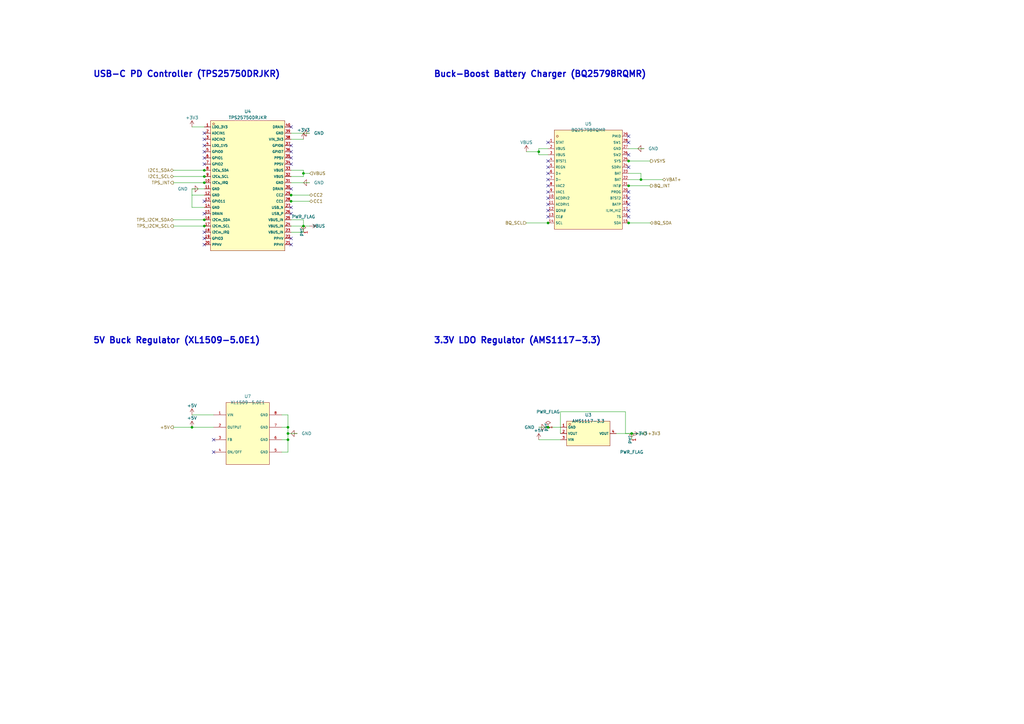
<source format=kicad_sch>
(kicad_sch (version 20231120) (generator "eeschema") (generator_version "8.0")
  (paper "A3")
  (title_block (title "Power Management") (date "2024-12-27") (rev "3.0") (comment 1 "TPS25750D USB-PD + BQ25798 Charger + Voltage Regulators") (comment 2 "Fixed wiring connections"))
  (lib_symbols
    (symbol "TPS25750DRJKR:TPS25750DRJKR"
      (property "Reference" "U" (at 0 1.27 0))
      (property "Value" "TPS25750DRJKR" (at 0 -2.54 0))
      (symbol "TPS25750DRJKR_0_1"
        (rectangle (start -15.24 26.67) (end 15.24 -26.67) (fill (type background)))
        (circle (center -13.97 25.4) (radius 0.381) (fill (type background)))
        (pin power_out line (at -17.78 24.13 0) (length 2.54) (name "LDO_3V3") (number "1"))
        (pin input line (at -17.78 21.59 0) (length 2.54) (name "ADCIN1") (number "2"))
        (pin input line (at -17.78 19.05 0) (length 2.54) (name "ADCIN2") (number "3"))
        (pin power_out line (at -17.78 16.51 0) (length 2.54) (name "LDO_1V5") (number "4"))
        (pin bidirectional line (at -17.78 13.97 0) (length 2.54) (name "GPIO0") (number "5"))
        (pin bidirectional line (at -17.78 11.43 0) (length 2.54) (name "GPIO1") (number "6"))
        (pin bidirectional line (at -17.78 8.89 0) (length 2.54) (name "GPIO2") (number "7"))
        (pin bidirectional line (at -17.78 6.35 0) (length 2.54) (name "I2Cs_SDA") (number "8"))
        (pin input line (at -17.78 3.81 0) (length 2.54) (name "I2Cs_SCL") (number "9"))
        (pin output line (at -17.78 1.27 0) (length 2.54) (name "I2Cs_IRQ") (number "10"))
        (pin power_in line (at -17.78 -1.27 0) (length 2.54) (name "GND") (number "11"))
        (pin power_in line (at -17.78 -3.81 0) (length 2.54) (name "GND") (number "12"))
        (pin bidirectional line (at -17.78 -6.35 0) (length 2.54) (name "GPIO11") (number "13"))
        (pin power_in line (at -17.78 -8.89 0) (length 2.54) (name "GND") (number "14"))
        (pin passive line (at -17.78 -11.43 0) (length 2.54) (name "DRAIN") (number "15"))
        (pin bidirectional line (at -17.78 -13.97 0) (length 2.54) (name "I2Cm_SDA") (number "16"))
        (pin output line (at -17.78 -16.51 0) (length 2.54) (name "I2Cm_SCL") (number "17"))
        (pin output line (at -17.78 -19.05 0) (length 2.54) (name "I2Cm_IRQ") (number "18"))
        (pin bidirectional line (at -17.78 -21.59 0) (length 2.54) (name "GPIO3") (number "19"))
        (pin passive line (at -17.78 -24.13 0) (length 2.54) (name "PPHV") (number "20"))
        (pin passive line (at 17.78 -24.13 180) (length 2.54) (name "PPHV") (number "21"))
        (pin passive line (at 17.78 -21.59 180) (length 2.54) (name "PPHV") (number "22"))
        (pin power_in line (at 17.78 -19.05 180) (length 2.54) (name "VBUS_IN") (number "23"))
        (pin power_in line (at 17.78 -16.51 180) (length 2.54) (name "VBUS_IN") (number "24"))
        (pin power_in line (at 17.78 -13.97 180) (length 2.54) (name "VBUS_IN") (number "25"))
        (pin bidirectional line (at 17.78 -11.43 180) (length 2.54) (name "USB_P") (number "26"))
        (pin bidirectional line (at 17.78 -8.89 180) (length 2.54) (name "USB_N") (number "27"))
        (pin bidirectional line (at 17.78 -6.35 180) (length 2.54) (name "CC1") (number "28"))
        (pin bidirectional line (at 17.78 -3.81 180) (length 2.54) (name "CC2") (number "29"))
        (pin passive line (at 17.78 -1.27 180) (length 2.54) (name "DRAIN") (number "30"))
        (pin power_in line (at 17.78 1.27 180) (length 2.54) (name "GND") (number "31"))
        (pin power_out line (at 17.78 3.81 180) (length 2.54) (name "VBUS") (number "32"))
        (pin power_out line (at 17.78 6.35 180) (length 2.54) (name "VBUS") (number "33"))
        (pin power_out line (at 17.78 8.89 180) (length 2.54) (name "PP5V") (number "34"))
        (pin power_out line (at 17.78 11.43 180) (length 2.54) (name "PP5V") (number "35"))
        (pin bidirectional line (at 17.78 13.97 180) (length 2.54) (name "GPIO7") (number "36"))
        (pin bidirectional line (at 17.78 16.51 180) (length 2.54) (name "GPIO6") (number "37"))
        (pin power_in line (at 17.78 19.05 180) (length 2.54) (name "VIN_3V3") (number "38"))
        (pin power_in line (at 17.78 21.59 180) (length 2.54) (name "GND") (number "39"))
        (pin passive line (at 17.78 24.13 180) (length 2.54) (name "DRAIN") (number "40"))
      )
    )
    (symbol "BQ25798RQMR:BQ25798RQMR"
      (property "Reference" "U" (at 0 1.27 0))
      (property "Value" "BQ25798RQMR" (at 0 -2.54 0))
      (symbol "BQ25798RQMR_0_1"
        (rectangle (start -13.97 22.86) (end 13.97 -17.78) (fill (type background)))
        (circle (center -12.7 20.32) (radius 0.381) (fill (type background)))
        (pin output line (at -16.51 17.78 0) (length 2.54) (name "STAT") (number "1"))
        (pin power_in line (at -16.51 15.24 0) (length 2.54) (name "VBUS") (number "2"))
        (pin power_in line (at -16.51 12.7 0) (length 2.54) (name "VBUS") (number "3"))
        (pin passive line (at -16.51 10.16 0) (length 2.54) (name "BTST1") (number "4"))
        (pin power_out line (at -16.51 7.62 0) (length 2.54) (name "REGN") (number "5"))
        (pin bidirectional line (at -16.51 5.08 0) (length 2.54) (name "D+") (number "6"))
        (pin bidirectional line (at -16.51 2.54 0) (length 2.54) (name "D-") (number "7"))
        (pin power_in line (at -16.51 0 0) (length 2.54) (name "VAC2") (number "8"))
        (pin power_in line (at -16.51 -2.54 0) (length 2.54) (name "VAC1") (number "9"))
        (pin output line (at -16.51 -5.08 0) (length 2.54) (name "ACDRV2") (number "10"))
        (pin output line (at -16.51 -7.62 0) (length 2.54) (name "ACDRV1") (number "11"))
        (pin input line (at -16.51 -10.16 0) (length 2.54) (name "QON#") (number "12"))
        (pin input line (at -16.51 -12.7 0) (length 2.54) (name "CE#") (number "13"))
        (pin input line (at -16.51 -15.24 0) (length 2.54) (name "SCL") (number "14"))
        (pin bidirectional line (at 16.51 -15.24 180) (length 2.54) (name "SDA") (number "15"))
        (pin input line (at 16.51 -12.7 180) (length 2.54) (name "TS") (number "16"))
        (pin input line (at 16.51 -10.16 180) (length 2.54) (name "ILIM_HIZ") (number "17"))
        (pin power_out line (at 16.51 -7.62 180) (length 2.54) (name "BATP") (number "18"))
        (pin passive line (at 16.51 -5.08 180) (length 2.54) (name "BTST2") (number "19"))
        (pin input line (at 16.51 -2.54 180) (length 2.54) (name "PROG") (number "20"))
        (pin output line (at 16.51 0 180) (length 2.54) (name "INT#") (number "21"))
        (pin power_out line (at 16.51 2.54 180) (length 2.54) (name "BAT") (number "22"))
        (pin power_out line (at 16.51 5.08 180) (length 2.54) (name "BAT") (number "23"))
        (pin output line (at 16.51 7.62 180) (length 2.54) (name "SDRV") (number "24"))
        (pin power_out line (at 16.51 10.16 180) (length 2.54) (name "SYS") (number "25"))
        (pin passive line (at 16.51 12.7 180) (length 2.54) (name "SW2") (number "26"))
        (pin power_in line (at 16.51 15.24 180) (length 2.54) (name "GND") (number "27"))
        (pin passive line (at 16.51 17.78 180) (length 2.54) (name "SW1") (number "28"))
        (pin power_out line (at 16.51 20.32 180) (length 2.54) (name "PMID") (number "29"))
      )
    )
    (symbol "XL1509:XL1509-5_0E1"
      (property "Reference" "U" (at 0 1.27 0))
      (property "Value" "XL1509-5_0E1" (at 0 -2.54 0))
      (symbol "XL1509-5_0E1_0_1"
        (rectangle (start -8.89 12.7) (end 8.89 -12.7) (fill (type background)))
        (pin power_in line (at -13.97 7.62 0) (length 5.08) (name "VIN") (number "1"))
        (pin power_out line (at -13.97 2.54 0) (length 5.08) (name "OUTPUT") (number "2"))
        (pin input line (at -13.97 -2.54 0) (length 5.08) (name "FB") (number "3"))
        (pin input line (at -13.97 -7.62 0) (length 5.08) (name "ON/OFF") (number "4"))
        (pin power_in line (at 13.97 -7.62 180) (length 5.08) (name "GND") (number "5"))
        (pin power_in line (at 13.97 -2.54 180) (length 5.08) (name "GND") (number "6"))
        (pin power_in line (at 13.97 2.54 180) (length 5.08) (name "GND") (number "7"))
        (pin power_in line (at 13.97 7.62 180) (length 5.08) (name "GND") (number "8"))
      )
    )
    (symbol "AMS1117:AMS1117-3_3"
      (property "Reference" "U" (at 0 1.27 0))
      (property "Value" "AMS1117-3_3" (at 0 -2.54 0))
      (symbol "AMS1117-3_3_0_1"
        (rectangle (start -8.89 5.08) (end 8.89 -5.08) (fill (type background)))
        (circle (center -7.62 3.81) (radius 0.381) (fill (type background)))
        (pin power_in line (at -11.43 2.54 0) (length 2.54) (name "GND") (number "1"))
        (pin power_out line (at -11.43 0 0) (length 2.54) (name "VOUT") (number "2"))
        (pin power_in line (at -11.43 -2.54 0) (length 2.54) (name "VIN") (number "3"))
        (pin power_out line (at 11.43 0 180) (length 2.54) (name "VOUT") (number "4"))
      )
    )
    (symbol "power:GND" (power) (pin_names (offset 0))
      (property "Value" "GND" (at 0 -3.81 0))
      (symbol "GND_0_1"
        (polyline (pts (xy 0 0) (xy 0 -1.27) (xy 1.27 -1.27) (xy 0 -2.54) (xy -1.27 -1.27) (xy 0 -1.27)))
      )
      (symbol "GND_1_1"
        (pin power_in line (at 0 0 270) (length 0) hide (name "GND") (number "1"))
      )
    )
    (symbol "power:PWR_FLAG" (power) (pin_names (offset 0))
      (property "Value" "PWR_FLAG" (at 0 3.81 0))
      (symbol "PWR_FLAG_0_0"
        (pin power_out line (at 0 0 90) (length 0) (name "pwr") (number "1"))
      )
      (symbol "PWR_FLAG_0_1"
        (polyline (pts (xy 0 0) (xy 0 1.27) (xy -1.016 1.905) (xy 0 2.54) (xy 1.016 1.905) (xy 0 1.27)))
      )
    )
    (symbol "power:+3V3" (power) (pin_names (offset 0))
      (property "Value" "+3V3" (at 0 3.556 0))
      (symbol "+3V3_0_1"
        (polyline (pts (xy -0.762 1.27) (xy 0 2.54)))
        (polyline (pts (xy 0 0) (xy 0 2.54)))
        (polyline (pts (xy 0 2.54) (xy 0.762 1.27)))
      )
      (symbol "+3V3_1_1"
        (pin power_in line (at 0 0 90) (length 0) hide (name "+3V3") (number "1"))
      )
    )
    (symbol "power:+5V" (power) (pin_names (offset 0))
      (property "Value" "+5V" (at 0 3.556 0))
      (symbol "+5V_0_1"
        (polyline (pts (xy -0.762 1.27) (xy 0 2.54)))
        (polyline (pts (xy 0 0) (xy 0 2.54)))
        (polyline (pts (xy 0 2.54) (xy 0.762 1.27)))
      )
      (symbol "+5V_1_1"
        (pin power_in line (at 0 0 90) (length 0) hide (name "+5V") (number "1"))
      )
    )
    (symbol "power:VBUS" (power) (pin_names (offset 0))
      (property "Value" "VBUS" (at 0 3.556 0))
      (symbol "VBUS_0_1"
        (polyline (pts (xy -0.762 1.27) (xy 0 2.54)))
        (polyline (pts (xy 0 0) (xy 0 2.54)))
        (polyline (pts (xy 0 2.54) (xy 0.762 1.27)))
      )
      (symbol "VBUS_1_1"
        (pin power_in line (at 0 0 90) (length 0) hide (name "VBUS") (number "1"))
      )
    )
  )
  (text "USB-C PD Controller (TPS25750DRJKR)" (at 38.1 30.48 0) (effects (font (size 2.5 2.5) bold) (justify left)))
  (text "Buck-Boost Battery Charger (BQ25798RQMR)" (at 177.8 30.48 0) (effects (font (size 2.5 2.5) bold) (justify left)))
  (text "5V Buck Regulator (XL1509-5.0E1)" (at 38.1 139.7 0) (effects (font (size 2.5 2.5) bold) (justify left)))
  (text "3.3V LDO Regulator (AMS1117-3.3)" (at 177.8 139.7 0) (effects (font (size 2.5 2.5) bold) (justify left)))
  (symbol (lib_id "TPS25750DRJKR:TPS25750DRJKR") (at 101.6 76.2 0) (unit 1)
    (property "Reference" "U4" (at 101.6 45.72 0))
    (property "Value" "TPS25750DRJKR" (at 101.6 48.26 0))
    (property "Footprint" "footprint:QFN-38_L6.0-W4.0-P0.40-TL-EP_RJK" (effects hide))
    (property "LCSC" "C2868209" (effects hide))
  )
  (symbol (lib_id "BQ25798RQMR:BQ25798RQMR") (at 241.3 76.2 0) (unit 1)
    (property "Reference" "U5" (at 241.3 50.8 0))
    (property "Value" "BQ25798RQMR" (at 241.3 53.34 0))
    (property "Footprint" "footprint:QFN-29_L4.0-W4.0-P0.40-TL-BQ25792RQMR" (effects hide))
    (property "LCSC" "C2876593" (effects hide))
  )
  (symbol (lib_id "XL1509:XL1509-5_0E1") (at 101.6 177.8 0) (unit 1)
    (property "Reference" "U7" (at 101.6 162.56 0))
    (property "Value" "XL1509-5.0E1" (at 101.6 165.1 0))
    (property "Footprint" "footprint:SOIC-8_L5.0-W4.0-P1.27-LS6.0-BL" (effects hide))
    (property "LCSC" "C61063" (effects hide))
  )
  (symbol (lib_id "AMS1117:AMS1117-3_3") (at 241.3 177.8 0) (unit 1)
    (property "Reference" "U3" (at 241.3 170.18 0))
    (property "Value" "AMS1117-3.3" (at 241.3 172.72 0))
    (property "Footprint" "Package_TO_SOT_SMD:SOT-223-3_TabPin2" (effects hide))
    (property "LCSC" "C6186" (effects hide))
  )
  (symbol (lib_id "power:+3V3") (at 78.74 52.07 0) (unit 1) (in_bom no)
    (property "Reference" "#PWR011" (effects hide))
    (property "Value" "+3V3" (at 78.74 48.26 0))
  )
  (symbol (lib_id "power:+3V3") (at 124.46 57.15 0) (unit 1) (in_bom no)
    (property "Reference" "#PWR005" (effects hide))
    (property "Value" "+3V3" (at 124.46 53.34 0))
  )
  (symbol (lib_id "power:GND") (at 127 54.61 270) (unit 1) (in_bom no)
    (property "Reference" "#PWR021" (effects hide))
    (property "Value" "GND" (at 130.81 54.61 90))
  )
  (symbol (lib_id "power:GND") (at 78.74 77.47 90) (unit 1) (in_bom no)
    (property "Reference" "#PWR003" (effects hide))
    (property "Value" "GND" (at 74.93 77.47 90))
  )
  (symbol (lib_id "power:GND") (at 127 74.93 270) (unit 1) (in_bom no)
    (property "Reference" "#PWR004" (effects hide))
    (property "Value" "GND" (at 130.81 74.93 90))
  )
  (symbol (lib_id "power:VBUS") (at 127 92.71 270) (unit 1) (in_bom no)
    (property "Reference" "#PWR006" (effects hide))
    (property "Value" "VBUS" (at 130.81 92.71 90))
  )
  (symbol (lib_id "power:PWR_FLAG") (at 124.46 95.25 0) (unit 1) (in_bom no)
    (property "Reference" "#FLG01" (effects hide))
    (property "Value" "PWR_FLAG" (at 124.46 88.9 0))
  )
  (symbol (lib_id "power:VBUS") (at 215.9 62.23 0) (unit 1) (in_bom no)
    (property "Reference" "#PWR008" (effects hide))
    (property "Value" "VBUS" (at 215.9 58.42 0))
  )
  (symbol (lib_id "power:GND") (at 264.16 60.96 270) (unit 1) (in_bom no)
    (property "Reference" "#PWR007" (effects hide))
    (property "Value" "GND" (at 267.97 60.96 90))
  )
  (symbol (lib_id "power:+5V") (at 78.74 170.18 0) (unit 1) (in_bom no)
    (property "Reference" "#PWR012" (effects hide))
    (property "Value" "+5V" (at 78.74 166.37 0))
  )
  (symbol (lib_id "power:+5V") (at 78.74 175.26 0) (unit 1) (in_bom no)
    (property "Reference" "#PWR009" (effects hide))
    (property "Value" "+5V" (at 78.74 171.45 0))
  )
  (symbol (lib_id "power:GND") (at 121.92 177.8 270) (unit 1) (in_bom no)
    (property "Reference" "#PWR002" (effects hide))
    (property "Value" "GND" (at 125.73 177.8 90))
  )
  (symbol (lib_id "power:+5V") (at 220.98 180.34 0) (unit 1) (in_bom no)
    (property "Reference" "#PWR013" (effects hide))
    (property "Value" "+5V" (at 220.98 176.53 0))
  )
  (symbol (lib_id "power:GND") (at 220.98 175.26 90) (unit 1) (in_bom no)
    (property "Reference" "#PWR001" (effects hide))
    (property "Value" "GND" (at 217.17 175.26 90))
  )
  (symbol (lib_id "power:+3V3") (at 259.08 177.8 270) (unit 1) (in_bom no)
    (property "Reference" "#PWR010" (effects hide))
    (property "Value" "+3V3" (at 262.89 177.8 90))
  )
  (symbol (lib_id "power:PWR_FLAG") (at 259.08 180.34 0) (unit 1) (in_bom no)
    (property "Reference" "#FLG02" (effects hide))
    (property "Value" "PWR_FLAG" (at 259.08 185.42 0))
  )
  (symbol (lib_id "power:PWR_FLAG") (at 224.79 175.26 0) (unit 1) (in_bom no)
    (property "Reference" "#FLG03" (effects hide))
    (property "Value" "PWR_FLAG" (at 224.79 168.91 0))
  )
  (hierarchical_label "CC1" (shape bidirectional) (at 127 82.55 0))
  (wire (pts (xy 119.38 82.55) (xy 127 82.55)))
  (junction (at 119.38 82.55))
  (hierarchical_label "CC2" (shape bidirectional) (at 127 80.01 0))
  (wire (pts (xy 119.38 80.01) (xy 127 80.01)))
  (junction (at 119.38 80.01))
  (hierarchical_label "VBUS" (shape input) (at 127 71.12 0))
  (hierarchical_label "I2C1_SDA" (shape bidirectional) (at 71.12 69.85 180))
  (wire (pts (xy 71.12 69.85) (xy 83.82 69.85)))
  (junction (at 83.82 69.85))
  (hierarchical_label "I2C1_SCL" (shape bidirectional) (at 71.12 72.39 180))
  (wire (pts (xy 71.12 72.39) (xy 83.82 72.39)))
  (junction (at 83.82 72.39))
  (hierarchical_label "TPS_INT" (shape output) (at 71.12 74.93 180))
  (wire (pts (xy 71.12 74.93) (xy 83.82 74.93)))
  (junction (at 83.82 74.93))
  (hierarchical_label "TPS_I2CM_SDA" (shape bidirectional) (at 71.12 90.17 180))
  (wire (pts (xy 71.12 90.17) (xy 83.82 90.17)))
  (junction (at 83.82 90.17))
  (hierarchical_label "TPS_I2CM_SCL" (shape output) (at 71.12 92.71 180))
  (wire (pts (xy 71.12 92.71) (xy 83.82 92.71)))
  (junction (at 83.82 92.71))
  (hierarchical_label "VSYS" (shape output) (at 266.7 66.04 0))
  (wire (pts (xy 257.81 66.04) (xy 266.7 66.04)))
  (junction (at 257.81 66.04))
  (hierarchical_label "VBAT+" (shape bidirectional) (at 271.78 73.66 0))
  (hierarchical_label "BQ_SCL" (shape input) (at 215.9 91.44 180))
  (wire (pts (xy 215.9 91.44) (xy 224.79 91.44)))
  (junction (at 224.79 91.44))
  (hierarchical_label "BQ_SDA" (shape bidirectional) (at 266.7 91.44 0))
  (wire (pts (xy 257.81 91.44) (xy 266.7 91.44)))
  (junction (at 257.81 91.44))
  (hierarchical_label "BQ_INT" (shape output) (at 266.7 76.2 0))
  (wire (pts (xy 257.81 76.2) (xy 266.7 76.2)))
  (junction (at 257.81 76.2))
  (hierarchical_label "+5V" (shape output) (at 71.12 175.26 180))
  (hierarchical_label "+3V3" (shape output) (at 264.16 177.8 0))
  (wire (pts (xy 78.74 52.07) (xy 83.82 52.07)))
  (wire (pts (xy 119.38 57.15) (xy 124.46 57.15)))
  (wire (pts (xy 119.38 54.61) (xy 127 54.61)))
  (wire (pts (xy 78.74 77.47) (xy 83.82 77.47)))
  (wire (pts (xy 78.74 77.47) (xy 78.74 80.01)))
  (wire (pts (xy 78.74 80.01) (xy 83.82 80.01)))
  (wire (pts (xy 78.74 80.01) (xy 78.74 85.09)))
  (wire (pts (xy 78.74 85.09) (xy 83.82 85.09)))
  (wire (pts (xy 119.38 74.93) (xy 127 74.93)))
  (wire (pts (xy 119.38 95.25) (xy 124.46 95.25)))
  (wire (pts (xy 119.38 92.71) (xy 124.46 92.71)))
  (wire (pts (xy 119.38 90.17) (xy 124.46 90.17)))
  (wire (pts (xy 124.46 95.25) (xy 124.46 92.71)))
  (wire (pts (xy 124.46 92.71) (xy 124.46 90.17)))
  (wire (pts (xy 124.46 92.71) (xy 127 92.71)))
  (junction (at 124.46 92.71))
  (wire (pts (xy 119.38 72.39) (xy 124.46 72.39)))
  (wire (pts (xy 119.38 69.85) (xy 124.46 69.85)))
  (wire (pts (xy 124.46 72.39) (xy 124.46 71.12)))
  (wire (pts (xy 124.46 71.12) (xy 124.46 69.85)))
  (wire (pts (xy 124.46 71.12) (xy 127 71.12)))
  (junction (at 124.46 71.12))
  (wire (pts (xy 215.9 62.23) (xy 220.98 62.23)))
  (wire (pts (xy 220.98 62.23) (xy 220.98 60.96)))
  (wire (pts (xy 220.98 60.96) (xy 224.79 60.96)))
  (wire (pts (xy 220.98 62.23) (xy 220.98 63.5)))
  (wire (pts (xy 220.98 63.5) (xy 224.79 63.5)))
  (junction (at 220.98 62.23))
  (wire (pts (xy 257.81 60.96) (xy 264.16 60.96)))
  (wire (pts (xy 257.81 73.66) (xy 262.89 73.66)))
  (wire (pts (xy 257.81 71.12) (xy 262.89 71.12)))
  (wire (pts (xy 262.89 73.66) (xy 262.89 71.12)))
  (wire (pts (xy 262.89 73.66) (xy 271.78 73.66)))
  (junction (at 262.89 73.66))
  (wire (pts (xy 78.74 170.18) (xy 87.63 170.18)))
  (wire (pts (xy 78.74 175.26) (xy 87.63 175.26)))
  (wire (pts (xy 71.12 175.26) (xy 78.74 175.26)))
  (junction (at 78.74 175.26))
  (wire (pts (xy 115.57 185.42) (xy 118.11 185.42)))
  (wire (pts (xy 115.57 180.34) (xy 118.11 180.34)))
  (wire (pts (xy 115.57 175.26) (xy 118.11 175.26)))
  (wire (pts (xy 115.57 170.18) (xy 118.11 170.18)))
  (wire (pts (xy 118.11 185.42) (xy 118.11 180.34)))
  (wire (pts (xy 118.11 180.34) (xy 118.11 177.8)))
  (wire (pts (xy 118.11 177.8) (xy 118.11 175.26)))
  (wire (pts (xy 118.11 175.26) (xy 118.11 170.18)))
  (wire (pts (xy 118.11 177.8) (xy 121.92 177.8)))
  (junction (at 118.11 180.34))
  (junction (at 118.11 177.8))
  (junction (at 118.11 175.26))
  (wire (pts (xy 220.98 180.34) (xy 229.87 180.34)))
  (wire (pts (xy 220.98 175.26) (xy 224.79 175.26)))
  (wire (pts (xy 224.79 175.26) (xy 229.87 175.26)))
  (junction (at 224.79 175.26))
  (wire (pts (xy 252.73 177.8) (xy 259.08 177.8)))
  (wire (pts (xy 259.08 177.8) (xy 259.08 180.34)))
  (wire (pts (xy 259.08 177.8) (xy 264.16 177.8)))
  (junction (at 259.08 177.8))
  (wire (pts (xy 229.87 177.8) (xy 229.87 168.91)))
  (wire (pts (xy 229.87 168.91) (xy 256.54 168.91)))
  (wire (pts (xy 256.54 168.91) (xy 256.54 177.8)))
  (wire (pts (xy 256.54 177.8) (xy 259.08 177.8)))
  (no_connect (at 83.82 54.61))
  (no_connect (at 83.82 57.15))
  (no_connect (at 83.82 59.69))
  (no_connect (at 83.82 62.23))
  (no_connect (at 83.82 64.77))
  (no_connect (at 83.82 67.31))
  (no_connect (at 83.82 82.55))
  (no_connect (at 83.82 87.63))
  (no_connect (at 83.82 95.25))
  (no_connect (at 83.82 97.79))
  (no_connect (at 83.82 100.33))
  (no_connect (at 119.38 52.07))
  (no_connect (at 119.38 59.69))
  (no_connect (at 119.38 62.23))
  (no_connect (at 119.38 64.77))
  (no_connect (at 119.38 67.31))
  (no_connect (at 119.38 77.47))
  (no_connect (at 119.38 85.09))
  (no_connect (at 119.38 87.63))
  (no_connect (at 119.38 97.79))
  (no_connect (at 119.38 100.33))
  (no_connect (at 224.79 58.42))
  (no_connect (at 224.79 66.04))
  (no_connect (at 224.79 68.58))
  (no_connect (at 224.79 71.12))
  (no_connect (at 224.79 73.66))
  (no_connect (at 224.79 76.2))
  (no_connect (at 224.79 78.74))
  (no_connect (at 224.79 81.28))
  (no_connect (at 224.79 83.82))
  (no_connect (at 224.79 86.36))
  (no_connect (at 224.79 88.9))
  (no_connect (at 257.81 55.88))
  (no_connect (at 257.81 58.42))
  (no_connect (at 257.81 63.5))
  (no_connect (at 257.81 68.58))
  (no_connect (at 257.81 78.74))
  (no_connect (at 257.81 81.28))
  (no_connect (at 257.81 83.82))
  (no_connect (at 257.81 86.36))
  (no_connect (at 257.81 88.9))
  (no_connect (at 87.63 180.34))
  (no_connect (at 87.63 185.42))
)
</source>
